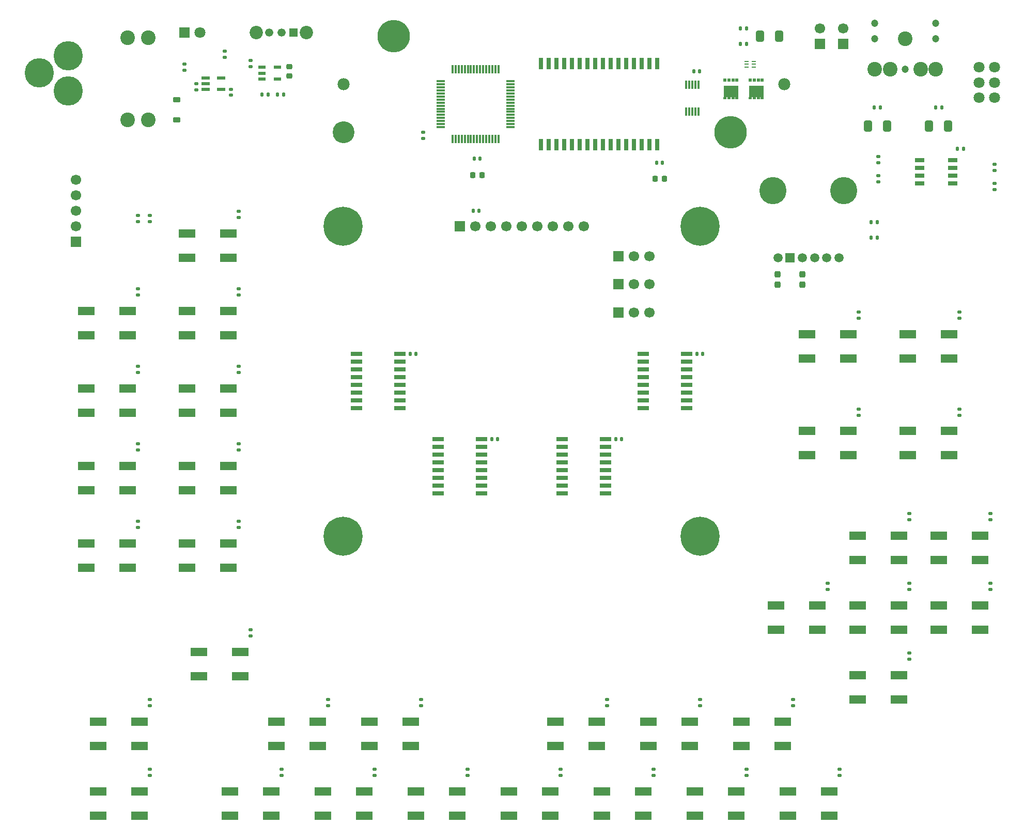
<source format=gbr>
%TF.GenerationSoftware,KiCad,Pcbnew,9.0.1*%
%TF.CreationDate,2025-04-16T22:38:01-05:00*%
%TF.ProjectId,mt,6d742e6b-6963-4616-945f-706362585858,rev?*%
%TF.SameCoordinates,Original*%
%TF.FileFunction,Soldermask,Top*%
%TF.FilePolarity,Negative*%
%FSLAX46Y46*%
G04 Gerber Fmt 4.6, Leading zero omitted, Abs format (unit mm)*
G04 Created by KiCad (PCBNEW 9.0.1) date 2025-04-16 22:38:01*
%MOMM*%
%LPD*%
G01*
G04 APERTURE LIST*
G04 Aperture macros list*
%AMRoundRect*
0 Rectangle with rounded corners*
0 $1 Rounding radius*
0 $2 $3 $4 $5 $6 $7 $8 $9 X,Y pos of 4 corners*
0 Add a 4 corners polygon primitive as box body*
4,1,4,$2,$3,$4,$5,$6,$7,$8,$9,$2,$3,0*
0 Add four circle primitives for the rounded corners*
1,1,$1+$1,$2,$3*
1,1,$1+$1,$4,$5*
1,1,$1+$1,$6,$7*
1,1,$1+$1,$8,$9*
0 Add four rect primitives between the rounded corners*
20,1,$1+$1,$2,$3,$4,$5,0*
20,1,$1+$1,$4,$5,$6,$7,0*
20,1,$1+$1,$6,$7,$8,$9,0*
20,1,$1+$1,$8,$9,$2,$3,0*%
G04 Aperture macros list end*
%ADD10RoundRect,0.250000X0.412500X0.650000X-0.412500X0.650000X-0.412500X-0.650000X0.412500X-0.650000X0*%
%ADD11RoundRect,0.237500X-0.237500X0.300000X-0.237500X-0.300000X0.237500X-0.300000X0.237500X0.300000X0*%
%ADD12RoundRect,0.250000X-0.412500X-0.650000X0.412500X-0.650000X0.412500X0.650000X-0.412500X0.650000X0*%
%ADD13RoundRect,0.135000X-0.185000X0.135000X-0.185000X-0.135000X0.185000X-0.135000X0.185000X0.135000X0*%
%ADD14RoundRect,0.135000X0.185000X-0.135000X0.185000X0.135000X-0.185000X0.135000X-0.185000X-0.135000X0*%
%ADD15RoundRect,0.135000X-0.135000X-0.185000X0.135000X-0.185000X0.135000X0.185000X-0.135000X0.185000X0*%
%ADD16R,1.337000X1.337000*%
%ADD17C,1.337000*%
%ADD18C,2.190000*%
%ADD19RoundRect,0.140000X-0.140000X-0.170000X0.140000X-0.170000X0.140000X0.170000X-0.140000X0.170000X0*%
%ADD20R,0.800000X0.250000*%
%ADD21R,0.700000X0.250000*%
%ADD22RoundRect,0.140000X0.170000X-0.140000X0.170000X0.140000X-0.170000X0.140000X-0.170000X-0.140000X0*%
%ADD23RoundRect,0.140000X-0.170000X0.140000X-0.170000X-0.140000X0.170000X-0.140000X0.170000X0.140000X0*%
%ADD24R,2.750000X1.400000*%
%ADD25RoundRect,0.225000X-0.225000X-0.250000X0.225000X-0.250000X0.225000X0.250000X-0.225000X0.250000X0*%
%ADD26C,2.400000*%
%ADD27R,1.700000X1.700000*%
%ADD28C,1.700000*%
%ADD29RoundRect,0.225000X0.375000X-0.225000X0.375000X0.225000X-0.375000X0.225000X-0.375000X-0.225000X0*%
%ADD30R,1.528000X0.650000*%
%ADD31RoundRect,0.135000X0.135000X0.185000X-0.135000X0.185000X-0.135000X-0.185000X0.135000X-0.185000X0*%
%ADD32R,0.500000X0.630000*%
%ADD33R,0.500000X0.410000*%
%ADD34R,2.450000X1.900000*%
%ADD35R,1.500000X1.500000*%
%ADD36C,1.500000*%
%ADD37C,4.455000*%
%ADD38C,0.800000*%
%ADD39C,6.400000*%
%ADD40R,0.300000X1.475000*%
%ADD41R,1.475000X0.300000*%
%ADD42C,1.200000*%
%ADD43R,1.825000X0.700000*%
%ADD44C,1.800000*%
%ADD45C,4.800000*%
%ADD46R,1.200000X0.600000*%
%ADD47R,0.700000X1.850000*%
%ADD48R,0.300000X1.400000*%
%ADD49R,1.800000X1.800000*%
%ADD50R,1.400000X0.600000*%
%ADD51RoundRect,0.225000X-0.250000X0.225000X-0.250000X-0.225000X0.250000X-0.225000X0.250000X0.225000X0*%
%ADD52C,1.980000*%
%ADD53C,5.325000*%
%ADD54C,3.585000*%
G04 APERTURE END LIST*
D10*
%TO.C,C13*%
X201333500Y-36957000D03*
X198208500Y-36957000D03*
%TD*%
%TO.C,C12*%
X191300500Y-36957000D03*
X188175500Y-36957000D03*
%TD*%
D11*
%TO.C,C10*%
X177466000Y-61232500D03*
X177466000Y-62957500D03*
%TD*%
%TO.C,C9*%
X173402000Y-61232500D03*
X173402000Y-62957500D03*
%TD*%
D12*
%TO.C,C3*%
X170522500Y-22225000D03*
X173647500Y-22225000D03*
%TD*%
D13*
%TO.C,R16*%
X68580000Y-63625000D03*
X68580000Y-64645000D03*
%TD*%
D14*
%TO.C,R2*%
X82804000Y-25656000D03*
X82804000Y-24636000D03*
%TD*%
D15*
%TO.C,R14*%
X189228000Y-33909000D03*
X190248000Y-33909000D03*
%TD*%
D16*
%TO.C,S1*%
X94054000Y-21590000D03*
D17*
X92054000Y-21590000D03*
X90054000Y-21590000D03*
D18*
X96154000Y-21590000D03*
X87954000Y-21590000D03*
%TD*%
D19*
%TO.C,C20*%
X123500000Y-50800000D03*
X124460000Y-50800000D03*
%TD*%
%TO.C,C11*%
X202875000Y-40640000D03*
X203835000Y-40640000D03*
%TD*%
D13*
%TO.C,R17*%
X85090000Y-63625000D03*
X85090000Y-64645000D03*
%TD*%
%TO.C,R36*%
X168275000Y-142365000D03*
X168275000Y-143385000D03*
%TD*%
D15*
%TO.C,R7*%
X188720000Y-52705000D03*
X189740000Y-52705000D03*
%TD*%
D13*
%TO.C,R26*%
X86995000Y-119505000D03*
X86995000Y-120525000D03*
%TD*%
%TO.C,R39*%
X208280000Y-100455000D03*
X208280000Y-101475000D03*
%TD*%
%TO.C,R19*%
X85090000Y-76325000D03*
X85090000Y-77345000D03*
%TD*%
D20*
%TO.C,IC2*%
X168325000Y-26305000D03*
D21*
X168275000Y-26805000D03*
X168275000Y-27305000D03*
X169475000Y-27305000D03*
X169475000Y-26805000D03*
X169475000Y-26305000D03*
%TD*%
D15*
%TO.C,R3*%
X167255000Y-23495000D03*
X168275000Y-23495000D03*
%TD*%
D22*
%TO.C,C4*%
X86995000Y-27150000D03*
X86995000Y-26190000D03*
%TD*%
D23*
%TO.C,C2*%
X83820000Y-30889000D03*
X83820000Y-31849000D03*
%TD*%
D13*
%TO.C,R21*%
X85090000Y-89025000D03*
X85090000Y-90045000D03*
%TD*%
D24*
%TO.C,S3*%
X76635000Y-67215000D03*
X83385000Y-67215000D03*
X76635000Y-71215000D03*
X83385000Y-71215000D03*
%TD*%
%TO.C,S5*%
X76635000Y-79915000D03*
X83385000Y-79915000D03*
X76635000Y-83915000D03*
X83385000Y-83915000D03*
%TD*%
D13*
%TO.C,R38*%
X183515000Y-142365000D03*
X183515000Y-143385000D03*
%TD*%
D24*
%TO.C,S20*%
X144580000Y-145955000D03*
X151330000Y-145955000D03*
X144580000Y-149955000D03*
X151330000Y-149955000D03*
%TD*%
D13*
%TO.C,R24*%
X70485000Y-130935000D03*
X70485000Y-131955000D03*
%TD*%
%TO.C,R34*%
X153035000Y-142365000D03*
X153035000Y-143385000D03*
%TD*%
D25*
%TO.C,C15*%
X123387091Y-44958000D03*
X124937091Y-44958000D03*
%TD*%
D26*
%TO.C,J2*%
X70280000Y-22475000D03*
X70280000Y-35945000D03*
X66880000Y-22475000D03*
X66880000Y-35945000D03*
%TD*%
D13*
%TO.C,R32*%
X137795000Y-142365000D03*
X137795000Y-143385000D03*
%TD*%
D19*
%TO.C,C22*%
X113185000Y-74295000D03*
X114145000Y-74295000D03*
%TD*%
%TO.C,C23*%
X126520000Y-88265000D03*
X127480000Y-88265000D03*
%TD*%
D13*
%TO.C,R29*%
X107315000Y-142365000D03*
X107315000Y-143385000D03*
%TD*%
D24*
%TO.C,S14*%
X91240000Y-134525000D03*
X97990000Y-134525000D03*
X91240000Y-138525000D03*
X97990000Y-138525000D03*
%TD*%
D13*
%TO.C,R49*%
X194945000Y-111885000D03*
X194945000Y-112905000D03*
%TD*%
D27*
%TO.C,J5*%
X121285000Y-53340000D03*
D28*
X123825000Y-53340000D03*
X126365000Y-53340000D03*
X128905000Y-53340000D03*
X131445000Y-53340000D03*
X133985000Y-53340000D03*
X136525000Y-53340000D03*
X139065000Y-53340000D03*
X141605000Y-53340000D03*
%TD*%
D19*
%TO.C,C25*%
X160175000Y-74295000D03*
X161135000Y-74295000D03*
%TD*%
D27*
%TO.C,J7*%
X147320000Y-62865000D03*
D28*
X149860000Y-62865000D03*
X152400000Y-62865000D03*
%TD*%
D13*
%TO.C,R18*%
X68580000Y-76325000D03*
X68580000Y-77345000D03*
%TD*%
D23*
%TO.C,C14*%
X70485000Y-51590000D03*
X70485000Y-52550000D03*
%TD*%
D13*
%TO.C,R25*%
X70485000Y-142365000D03*
X70485000Y-143385000D03*
%TD*%
D29*
%TO.C,D2*%
X74930000Y-35940000D03*
X74930000Y-32640000D03*
%TD*%
D27*
%TO.C,J6*%
X147320000Y-67455000D03*
D28*
X149860000Y-67455000D03*
X152400000Y-67455000D03*
%TD*%
D30*
%TO.C,IC4*%
X196679000Y-42545000D03*
X196679000Y-43815000D03*
X196679000Y-45085000D03*
X196679000Y-46355000D03*
X202101000Y-46355000D03*
X202101000Y-45085000D03*
X202101000Y-43815000D03*
X202101000Y-42545000D03*
%TD*%
D31*
%TO.C,R5*%
X89899000Y-31750000D03*
X88879000Y-31750000D03*
%TD*%
D32*
%TO.C,Q2*%
X170860000Y-29405000D03*
X170210000Y-29405000D03*
X169560000Y-29405000D03*
X168910000Y-29405000D03*
D33*
X168910000Y-32385000D03*
X169560000Y-32385000D03*
X170210000Y-32385000D03*
X170860000Y-32385000D03*
D34*
X169885000Y-31230000D03*
%TD*%
D25*
%TO.C,C18*%
X153268091Y-45575454D03*
X154818091Y-45575454D03*
%TD*%
D35*
%TO.C,VR2*%
X175435000Y-58490000D03*
D36*
X173435000Y-58490000D03*
X183435000Y-58490000D03*
X177435000Y-58490000D03*
X179435000Y-58490000D03*
X181435000Y-58490000D03*
D37*
X172635000Y-47490000D03*
X184235000Y-47490000D03*
%TD*%
D38*
%TO.C,H1*%
X99795000Y-53340000D03*
X100497944Y-51642944D03*
X100497944Y-55037056D03*
X102195000Y-50940000D03*
D39*
X102195000Y-53340000D03*
D38*
X102195000Y-55740000D03*
X103892056Y-51642944D03*
X103892056Y-55037056D03*
X104595000Y-53340000D03*
%TD*%
D13*
%TO.C,R45*%
X203200000Y-67435000D03*
X203200000Y-68455000D03*
%TD*%
%TO.C,R42*%
X181610000Y-111885000D03*
X181610000Y-112905000D03*
%TD*%
D40*
%TO.C,IC5*%
X127622091Y-27601454D03*
X127122091Y-27601454D03*
X126622091Y-27601454D03*
X126122091Y-27601454D03*
X125622091Y-27601454D03*
X125122091Y-27601454D03*
X124622091Y-27601454D03*
X124122091Y-27601454D03*
X123622091Y-27601454D03*
X123122091Y-27601454D03*
X122622091Y-27601454D03*
X122122091Y-27601454D03*
X121622091Y-27601454D03*
X121122091Y-27601454D03*
X120622091Y-27601454D03*
X120122091Y-27601454D03*
D41*
X118134091Y-29589454D03*
X118134091Y-30089454D03*
X118134091Y-30589454D03*
X118134091Y-31089454D03*
X118134091Y-31589454D03*
X118134091Y-32089454D03*
X118134091Y-32589454D03*
X118134091Y-33089454D03*
X118134091Y-33589454D03*
X118134091Y-34089454D03*
X118134091Y-34589454D03*
X118134091Y-35089454D03*
X118134091Y-35589454D03*
X118134091Y-36089454D03*
X118134091Y-36589454D03*
X118134091Y-37089454D03*
D40*
X120122091Y-39077454D03*
X120622091Y-39077454D03*
X121122091Y-39077454D03*
X121622091Y-39077454D03*
X122122091Y-39077454D03*
X122622091Y-39077454D03*
X123122091Y-39077454D03*
X123622091Y-39077454D03*
X124122091Y-39077454D03*
X124622091Y-39077454D03*
X125122091Y-39077454D03*
X125622091Y-39077454D03*
X126122091Y-39077454D03*
X126622091Y-39077454D03*
X127122091Y-39077454D03*
X127622091Y-39077454D03*
D41*
X129610091Y-37089454D03*
X129610091Y-36589454D03*
X129610091Y-36089454D03*
X129610091Y-35589454D03*
X129610091Y-35089454D03*
X129610091Y-34589454D03*
X129610091Y-34089454D03*
X129610091Y-33589454D03*
X129610091Y-33089454D03*
X129610091Y-32589454D03*
X129610091Y-32089454D03*
X129610091Y-31589454D03*
X129610091Y-31089454D03*
X129610091Y-30589454D03*
X129610091Y-30089454D03*
X129610091Y-29589454D03*
%TD*%
D24*
%TO.C,S30*%
X178235000Y-71025000D03*
X184985000Y-71025000D03*
X178235000Y-75025000D03*
X184985000Y-75025000D03*
%TD*%
D14*
%TO.C,R15*%
X68580000Y-52580000D03*
X68580000Y-51560000D03*
%TD*%
D13*
%TO.C,R31*%
X122555000Y-142365000D03*
X122555000Y-143385000D03*
%TD*%
%TO.C,R11*%
X189865000Y-45085000D03*
X189865000Y-46105000D03*
%TD*%
D24*
%TO.C,S6*%
X60125000Y-92615000D03*
X66875000Y-92615000D03*
X60125000Y-96615000D03*
X66875000Y-96615000D03*
%TD*%
D42*
%TO.C,J3*%
X199310000Y-20095000D03*
X189310000Y-20095000D03*
X199310000Y-22595000D03*
X189310000Y-22595000D03*
X194310000Y-27595000D03*
D26*
X194310000Y-22595000D03*
X189310000Y-27595000D03*
X199310000Y-27595000D03*
X191810000Y-27595000D03*
X196810000Y-27595000D03*
%TD*%
D27*
%TO.C,J8*%
X147320000Y-58275000D03*
D28*
X149860000Y-58275000D03*
X152400000Y-58275000D03*
%TD*%
D13*
%TO.C,R30*%
X114935000Y-130935000D03*
X114935000Y-131955000D03*
%TD*%
D43*
%TO.C,IC11*%
X151378000Y-74295000D03*
X151378000Y-75565000D03*
X151378000Y-76835000D03*
X151378000Y-78105000D03*
X151378000Y-79375000D03*
X151378000Y-80645000D03*
X151378000Y-81915000D03*
X151378000Y-83185000D03*
X158502000Y-83185000D03*
X158502000Y-81915000D03*
X158502000Y-80645000D03*
X158502000Y-79375000D03*
X158502000Y-78105000D03*
X158502000Y-76835000D03*
X158502000Y-75565000D03*
X158502000Y-74295000D03*
%TD*%
D13*
%TO.C,R37*%
X175895000Y-130935000D03*
X175895000Y-131955000D03*
%TD*%
%TO.C,R41*%
X194945000Y-123315000D03*
X194945000Y-124335000D03*
%TD*%
%TO.C,R1*%
X76200000Y-26795000D03*
X76200000Y-27815000D03*
%TD*%
D15*
%TO.C,R13*%
X199261000Y-33909000D03*
X200281000Y-33909000D03*
%TD*%
D13*
%TO.C,R27*%
X92075000Y-142365000D03*
X92075000Y-143385000D03*
%TD*%
D44*
%TO.C,VR1*%
X206415000Y-32305000D03*
X206415000Y-29805000D03*
X206415000Y-27305000D03*
X208915000Y-32305000D03*
X208915000Y-29805000D03*
X208915000Y-27305000D03*
%TD*%
D24*
%TO.C,S23*%
X167440000Y-134525000D03*
X174190000Y-134525000D03*
X167440000Y-138525000D03*
X174190000Y-138525000D03*
%TD*%
D13*
%TO.C,R28*%
X99695000Y-130935000D03*
X99695000Y-131955000D03*
%TD*%
D38*
%TO.C,H3*%
X99795000Y-104140000D03*
X100497944Y-102442944D03*
X100497944Y-105837056D03*
X102195000Y-101740000D03*
D39*
X102195000Y-104140000D03*
D38*
X102195000Y-106540000D03*
X103892056Y-102442944D03*
X103892056Y-105837056D03*
X104595000Y-104140000D03*
%TD*%
D24*
%TO.C,S34*%
X76635000Y-54515000D03*
X83385000Y-54515000D03*
X76635000Y-58515000D03*
X83385000Y-58515000D03*
%TD*%
%TO.C,S29*%
X199825000Y-115475000D03*
X206575000Y-115475000D03*
X199825000Y-119475000D03*
X206575000Y-119475000D03*
%TD*%
%TO.C,S22*%
X159820000Y-145955000D03*
X166570000Y-145955000D03*
X159820000Y-149955000D03*
X166570000Y-149955000D03*
%TD*%
D38*
%TO.C,H2*%
X158295000Y-53340000D03*
X158997944Y-51642944D03*
X158997944Y-55037056D03*
X160695000Y-50940000D03*
D39*
X160695000Y-53340000D03*
D38*
X160695000Y-55740000D03*
X162392056Y-51642944D03*
X162392056Y-55037056D03*
X163095000Y-53340000D03*
%TD*%
D13*
%TO.C,R48*%
X85090000Y-50925000D03*
X85090000Y-51945000D03*
%TD*%
D27*
%TO.C,J10*%
X180340000Y-23495000D03*
D28*
X180340000Y-20955000D03*
%TD*%
D43*
%TO.C,IC9*%
X117723000Y-88265000D03*
X117723000Y-89535000D03*
X117723000Y-90805000D03*
X117723000Y-92075000D03*
X117723000Y-93345000D03*
X117723000Y-94615000D03*
X117723000Y-95885000D03*
X117723000Y-97155000D03*
X124847000Y-97155000D03*
X124847000Y-95885000D03*
X124847000Y-94615000D03*
X124847000Y-93345000D03*
X124847000Y-92075000D03*
X124847000Y-90805000D03*
X124847000Y-89535000D03*
X124847000Y-88265000D03*
%TD*%
D19*
%TO.C,C19*%
X153527091Y-42922454D03*
X154487091Y-42922454D03*
%TD*%
D13*
%TO.C,R47*%
X203200000Y-83310000D03*
X203200000Y-84330000D03*
%TD*%
D14*
%TO.C,R12*%
X208915000Y-47375000D03*
X208915000Y-46355000D03*
%TD*%
D24*
%TO.C,S24*%
X175060000Y-145955000D03*
X181810000Y-145955000D03*
X175060000Y-149955000D03*
X181810000Y-149955000D03*
%TD*%
%TO.C,S16*%
X106480000Y-134525000D03*
X113230000Y-134525000D03*
X106480000Y-138525000D03*
X113230000Y-138525000D03*
%TD*%
%TO.C,S32*%
X178235000Y-86900000D03*
X184985000Y-86900000D03*
X178235000Y-90900000D03*
X184985000Y-90900000D03*
%TD*%
D22*
%TO.C,C1*%
X78105000Y-30960000D03*
X78105000Y-30000000D03*
%TD*%
D24*
%TO.C,S21*%
X152200000Y-134525000D03*
X158950000Y-134525000D03*
X152200000Y-138525000D03*
X158950000Y-138525000D03*
%TD*%
D19*
%TO.C,C21*%
X159667000Y-27940000D03*
X160627000Y-27940000D03*
%TD*%
%TO.C,C16*%
X123682091Y-42252454D03*
X124642091Y-42252454D03*
%TD*%
D24*
%TO.C,S9*%
X76635000Y-105315000D03*
X83385000Y-105315000D03*
X76635000Y-109315000D03*
X83385000Y-109315000D03*
%TD*%
%TO.C,S25*%
X199825000Y-104045000D03*
X206575000Y-104045000D03*
X199825000Y-108045000D03*
X206575000Y-108045000D03*
%TD*%
%TO.C,S13*%
X83620000Y-145955000D03*
X90370000Y-145955000D03*
X83620000Y-149955000D03*
X90370000Y-149955000D03*
%TD*%
D13*
%TO.C,R23*%
X85090000Y-101725000D03*
X85090000Y-102745000D03*
%TD*%
D24*
%TO.C,S17*%
X114100000Y-145955000D03*
X120850000Y-145955000D03*
X114100000Y-149955000D03*
X120850000Y-149955000D03*
%TD*%
D15*
%TO.C,R8*%
X188720000Y-55245000D03*
X189740000Y-55245000D03*
%TD*%
D24*
%TO.C,S8*%
X60125000Y-105315000D03*
X66875000Y-105315000D03*
X60125000Y-109315000D03*
X66875000Y-109315000D03*
%TD*%
D13*
%TO.C,R40*%
X194945000Y-100455000D03*
X194945000Y-101475000D03*
%TD*%
%TO.C,R20*%
X68580000Y-89025000D03*
X68580000Y-90045000D03*
%TD*%
%TO.C,R35*%
X160655000Y-130935000D03*
X160655000Y-131955000D03*
%TD*%
D45*
%TO.C,J1*%
X57150000Y-31200000D03*
X57150000Y-25400000D03*
X52350000Y-28200000D03*
%TD*%
D24*
%TO.C,S27*%
X186490000Y-126905000D03*
X193240000Y-126905000D03*
X186490000Y-130905000D03*
X193240000Y-130905000D03*
%TD*%
D23*
%TO.C,C17*%
X115272091Y-37962454D03*
X115272091Y-38922454D03*
%TD*%
D24*
%TO.C,S31*%
X194745000Y-71025000D03*
X201495000Y-71025000D03*
X194745000Y-75025000D03*
X201495000Y-75025000D03*
%TD*%
D46*
%TO.C,IC3*%
X88900000Y-27310000D03*
X88900000Y-28260000D03*
X88900000Y-29210000D03*
X91400000Y-29210000D03*
X91400000Y-27310000D03*
%TD*%
D15*
%TO.C,R6*%
X91419000Y-31750000D03*
X92439000Y-31750000D03*
%TD*%
D14*
%TO.C,R10*%
X208915000Y-44200000D03*
X208915000Y-43180000D03*
%TD*%
D32*
%TO.C,Q1*%
X166710000Y-29405000D03*
X166060000Y-29405000D03*
X165410000Y-29405000D03*
X164760000Y-29405000D03*
D33*
X164760000Y-32385000D03*
X165410000Y-32385000D03*
X166060000Y-32385000D03*
X166710000Y-32385000D03*
D34*
X165735000Y-31230000D03*
%TD*%
D43*
%TO.C,IC8*%
X104388000Y-74295000D03*
X104388000Y-75565000D03*
X104388000Y-76835000D03*
X104388000Y-78105000D03*
X104388000Y-79375000D03*
X104388000Y-80645000D03*
X104388000Y-81915000D03*
X104388000Y-83185000D03*
X111512000Y-83185000D03*
X111512000Y-81915000D03*
X111512000Y-80645000D03*
X111512000Y-79375000D03*
X111512000Y-78105000D03*
X111512000Y-76835000D03*
X111512000Y-75565000D03*
X111512000Y-74295000D03*
%TD*%
D38*
%TO.C,H4*%
X158295000Y-104140000D03*
X158997944Y-102442944D03*
X158997944Y-105837056D03*
X160695000Y-101740000D03*
D39*
X160695000Y-104140000D03*
D38*
X160695000Y-106540000D03*
X162392056Y-102442944D03*
X162392056Y-105837056D03*
X163095000Y-104140000D03*
%TD*%
D13*
%TO.C,R46*%
X186690000Y-83310000D03*
X186690000Y-84330000D03*
%TD*%
D24*
%TO.C,S12*%
X78540000Y-123095000D03*
X85290000Y-123095000D03*
X78540000Y-127095000D03*
X85290000Y-127095000D03*
%TD*%
%TO.C,S18*%
X129340000Y-145955000D03*
X136090000Y-145955000D03*
X129340000Y-149955000D03*
X136090000Y-149955000D03*
%TD*%
%TO.C,S11*%
X62030000Y-145955000D03*
X68780000Y-145955000D03*
X62030000Y-149955000D03*
X68780000Y-149955000D03*
%TD*%
%TO.C,S7*%
X76635000Y-92615000D03*
X83385000Y-92615000D03*
X76635000Y-96615000D03*
X83385000Y-96615000D03*
%TD*%
%TO.C,S28*%
X173155000Y-115475000D03*
X179905000Y-115475000D03*
X173155000Y-119475000D03*
X179905000Y-119475000D03*
%TD*%
%TO.C,S15*%
X98860000Y-145955000D03*
X105610000Y-145955000D03*
X98860000Y-149955000D03*
X105610000Y-149955000D03*
%TD*%
D47*
%TO.C,IC6*%
X153662091Y-26687454D03*
X152392091Y-26687454D03*
X151122091Y-26687454D03*
X149852091Y-26687454D03*
X148582091Y-26687454D03*
X147312091Y-26687454D03*
X146042091Y-26687454D03*
X144772091Y-26687454D03*
X143502091Y-26687454D03*
X142232091Y-26687454D03*
X140962091Y-26687454D03*
X139692091Y-26687454D03*
X138422091Y-26687454D03*
X137152091Y-26687454D03*
X135882091Y-26687454D03*
X134612091Y-26687454D03*
X134612091Y-39987454D03*
X135882091Y-39987454D03*
X137152091Y-39987454D03*
X138422091Y-39987454D03*
X139692091Y-39987454D03*
X140962091Y-39987454D03*
X142232091Y-39987454D03*
X143502091Y-39987454D03*
X144772091Y-39987454D03*
X146042091Y-39987454D03*
X147312091Y-39987454D03*
X148582091Y-39987454D03*
X149852091Y-39987454D03*
X151122091Y-39987454D03*
X152392091Y-39987454D03*
X153662091Y-39987454D03*
%TD*%
D24*
%TO.C,S33*%
X194745000Y-86900000D03*
X201495000Y-86900000D03*
X194745000Y-90900000D03*
X201495000Y-90900000D03*
%TD*%
%TO.C,S35*%
X186490000Y-115475000D03*
X193240000Y-115475000D03*
X186490000Y-119475000D03*
X193240000Y-119475000D03*
%TD*%
%TO.C,S2*%
X60125000Y-67215000D03*
X66875000Y-67215000D03*
X60125000Y-71215000D03*
X66875000Y-71215000D03*
%TD*%
%TO.C,S19*%
X136960000Y-134525000D03*
X143710000Y-134525000D03*
X136960000Y-138525000D03*
X143710000Y-138525000D03*
%TD*%
%TO.C,S26*%
X186490000Y-104045000D03*
X193240000Y-104045000D03*
X186490000Y-108045000D03*
X193240000Y-108045000D03*
%TD*%
D15*
%TO.C,R4*%
X167255000Y-20955000D03*
X168275000Y-20955000D03*
%TD*%
D48*
%TO.C,IC7*%
X158385000Y-34585000D03*
X158885000Y-34585000D03*
X159385000Y-34585000D03*
X159885000Y-34585000D03*
X160385000Y-34585000D03*
X160385000Y-30185000D03*
X159885000Y-30185000D03*
X159385000Y-30185000D03*
X158885000Y-30185000D03*
X158385000Y-30185000D03*
%TD*%
D13*
%TO.C,R44*%
X186690000Y-67435000D03*
X186690000Y-68455000D03*
%TD*%
%TO.C,R43*%
X208280000Y-111885000D03*
X208280000Y-112905000D03*
%TD*%
%TO.C,R33*%
X145415000Y-130935000D03*
X145415000Y-131955000D03*
%TD*%
D49*
%TO.C,D1*%
X76200000Y-21590000D03*
D44*
X78740000Y-21590000D03*
%TD*%
D43*
%TO.C,IC10*%
X138043000Y-88265000D03*
X138043000Y-89535000D03*
X138043000Y-90805000D03*
X138043000Y-92075000D03*
X138043000Y-93345000D03*
X138043000Y-94615000D03*
X138043000Y-95885000D03*
X138043000Y-97155000D03*
X145167000Y-97155000D03*
X145167000Y-95885000D03*
X145167000Y-94615000D03*
X145167000Y-93345000D03*
X145167000Y-92075000D03*
X145167000Y-90805000D03*
X145167000Y-89535000D03*
X145167000Y-88265000D03*
%TD*%
D13*
%TO.C,R9*%
X189865000Y-41910000D03*
X189865000Y-42930000D03*
%TD*%
D50*
%TO.C,IC1*%
X79649000Y-29022000D03*
X79649000Y-29972000D03*
X79649000Y-30922000D03*
X82149000Y-30922000D03*
X82149000Y-29022000D03*
%TD*%
D19*
%TO.C,C24*%
X146840000Y-88265000D03*
X147800000Y-88265000D03*
%TD*%
D51*
%TO.C,C5*%
X93345000Y-27165000D03*
X93345000Y-28715000D03*
%TD*%
D27*
%TO.C,J9*%
X184150000Y-23495000D03*
D28*
X184150000Y-20955000D03*
%TD*%
D24*
%TO.C,S4*%
X60125000Y-79915000D03*
X66875000Y-79915000D03*
X60125000Y-83915000D03*
X66875000Y-83915000D03*
%TD*%
%TO.C,S10*%
X62030000Y-134525000D03*
X68780000Y-134525000D03*
X62030000Y-138525000D03*
X68780000Y-138525000D03*
%TD*%
D13*
%TO.C,R22*%
X68580000Y-101725000D03*
X68580000Y-102745000D03*
%TD*%
D27*
%TO.C,J4*%
X58420000Y-55880000D03*
D28*
X58420000Y-53340000D03*
X58420000Y-50800000D03*
X58420000Y-48260000D03*
X58420000Y-45720000D03*
%TD*%
D52*
%TO.C,U1*%
X102290000Y-30095000D03*
X174510000Y-30095000D03*
D53*
X165690000Y-37965000D03*
D54*
X102290000Y-37965000D03*
D53*
X110490000Y-22225000D03*
%TD*%
M02*

</source>
